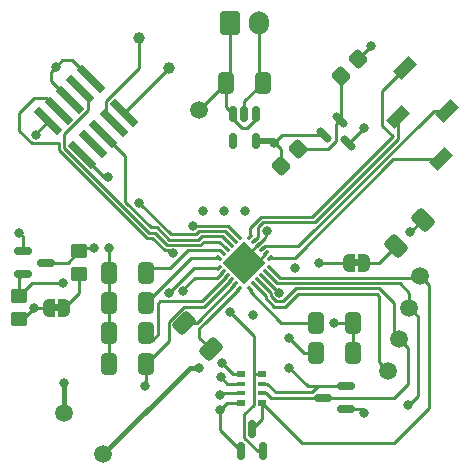
<source format=gbr>
%TF.GenerationSoftware,KiCad,Pcbnew,7.0.7*%
%TF.CreationDate,2023-11-13T21:50:39-08:00*%
%TF.ProjectId,Final_Project_Transmit,46696e61-6c5f-4507-926f-6a6563745f54,rev?*%
%TF.SameCoordinates,Original*%
%TF.FileFunction,Copper,L1,Top*%
%TF.FilePolarity,Positive*%
%FSLAX46Y46*%
G04 Gerber Fmt 4.6, Leading zero omitted, Abs format (unit mm)*
G04 Created by KiCad (PCBNEW 7.0.7) date 2023-11-13 21:50:39*
%MOMM*%
%LPD*%
G01*
G04 APERTURE LIST*
G04 Aperture macros list*
%AMRoundRect*
0 Rectangle with rounded corners*
0 $1 Rounding radius*
0 $2 $3 $4 $5 $6 $7 $8 $9 X,Y pos of 4 corners*
0 Add a 4 corners polygon primitive as box body*
4,1,4,$2,$3,$4,$5,$6,$7,$8,$9,$2,$3,0*
0 Add four circle primitives for the rounded corners*
1,1,$1+$1,$2,$3*
1,1,$1+$1,$4,$5*
1,1,$1+$1,$6,$7*
1,1,$1+$1,$8,$9*
0 Add four rect primitives between the rounded corners*
20,1,$1+$1,$2,$3,$4,$5,0*
20,1,$1+$1,$4,$5,$6,$7,0*
20,1,$1+$1,$6,$7,$8,$9,0*
20,1,$1+$1,$8,$9,$2,$3,0*%
%AMRotRect*
0 Rectangle, with rotation*
0 The origin of the aperture is its center*
0 $1 length*
0 $2 width*
0 $3 Rotation angle, in degrees counterclockwise*
0 Add horizontal line*
21,1,$1,$2,0,0,$3*%
%AMFreePoly0*
4,1,19,0.500000,-0.750000,0.000000,-0.750000,0.000000,-0.744911,-0.071157,-0.744911,-0.207708,-0.704816,-0.327430,-0.627875,-0.420627,-0.520320,-0.479746,-0.390866,-0.500000,-0.250000,-0.500000,0.250000,-0.479746,0.390866,-0.420627,0.520320,-0.327430,0.627875,-0.207708,0.704816,-0.071157,0.744911,0.000000,0.744911,0.000000,0.750000,0.500000,0.750000,0.500000,-0.750000,0.500000,-0.750000,
$1*%
%AMFreePoly1*
4,1,19,0.000000,0.744911,0.071157,0.744911,0.207708,0.704816,0.327430,0.627875,0.420627,0.520320,0.479746,0.390866,0.500000,0.250000,0.500000,-0.250000,0.479746,-0.390866,0.420627,-0.520320,0.327430,-0.627875,0.207708,-0.704816,0.071157,-0.744911,0.000000,-0.744911,0.000000,-0.750000,-0.500000,-0.750000,-0.500000,0.750000,0.000000,0.750000,0.000000,0.744911,0.000000,0.744911,
$1*%
G04 Aperture macros list end*
%TA.AperFunction,SMDPad,CuDef*%
%ADD10RotRect,0.660400X2.768600X45.000000*%
%TD*%
%TA.AperFunction,SMDPad,CuDef*%
%ADD11C,1.500000*%
%TD*%
%TA.AperFunction,SMDPad,CuDef*%
%ADD12RoundRect,0.250000X-0.070711X0.565685X-0.565685X0.070711X0.070711X-0.565685X0.565685X-0.070711X0*%
%TD*%
%TA.AperFunction,SMDPad,CuDef*%
%ADD13RoundRect,0.250000X0.450000X-0.350000X0.450000X0.350000X-0.450000X0.350000X-0.450000X-0.350000X0*%
%TD*%
%TA.AperFunction,ComponentPad*%
%ADD14RoundRect,0.250000X-0.600000X-0.750000X0.600000X-0.750000X0.600000X0.750000X-0.600000X0.750000X0*%
%TD*%
%TA.AperFunction,ComponentPad*%
%ADD15O,1.700000X2.000000*%
%TD*%
%TA.AperFunction,SMDPad,CuDef*%
%ADD16RoundRect,0.250000X-0.412500X-0.650000X0.412500X-0.650000X0.412500X0.650000X-0.412500X0.650000X0*%
%TD*%
%TA.AperFunction,SMDPad,CuDef*%
%ADD17RoundRect,0.250000X0.412500X0.650000X-0.412500X0.650000X-0.412500X-0.650000X0.412500X-0.650000X0*%
%TD*%
%TA.AperFunction,SMDPad,CuDef*%
%ADD18RoundRect,0.250000X0.167938X-0.751301X0.751301X-0.167938X-0.167938X0.751301X-0.751301X0.167938X0*%
%TD*%
%TA.AperFunction,SMDPad,CuDef*%
%ADD19FreePoly0,180.000000*%
%TD*%
%TA.AperFunction,SMDPad,CuDef*%
%ADD20FreePoly1,180.000000*%
%TD*%
%TA.AperFunction,SMDPad,CuDef*%
%ADD21C,1.000000*%
%TD*%
%TA.AperFunction,SMDPad,CuDef*%
%ADD22RoundRect,0.150000X-0.521491X0.309359X0.309359X-0.521491X0.521491X-0.309359X-0.309359X0.521491X0*%
%TD*%
%TA.AperFunction,SMDPad,CuDef*%
%ADD23FreePoly0,0.000000*%
%TD*%
%TA.AperFunction,SMDPad,CuDef*%
%ADD24FreePoly1,0.000000*%
%TD*%
%TA.AperFunction,SMDPad,CuDef*%
%ADD25RotRect,1.900000X1.000000X45.000000*%
%TD*%
%TA.AperFunction,SMDPad,CuDef*%
%ADD26RoundRect,0.150000X0.150000X-0.587500X0.150000X0.587500X-0.150000X0.587500X-0.150000X-0.587500X0*%
%TD*%
%TA.AperFunction,SMDPad,CuDef*%
%ADD27RoundRect,0.150000X-0.150000X0.512500X-0.150000X-0.512500X0.150000X-0.512500X0.150000X0.512500X0*%
%TD*%
%TA.AperFunction,SMDPad,CuDef*%
%ADD28RoundRect,0.150000X-0.587500X-0.150000X0.587500X-0.150000X0.587500X0.150000X-0.587500X0.150000X0*%
%TD*%
%TA.AperFunction,SMDPad,CuDef*%
%ADD29R,0.800000X0.500000*%
%TD*%
%TA.AperFunction,SMDPad,CuDef*%
%ADD30R,0.800000X0.400000*%
%TD*%
%TA.AperFunction,SMDPad,CuDef*%
%ADD31RotRect,0.510000X0.310000X45.000000*%
%TD*%
%TA.AperFunction,SMDPad,CuDef*%
%ADD32RotRect,0.310000X0.510000X45.000000*%
%TD*%
%TA.AperFunction,SMDPad,CuDef*%
%ADD33RotRect,2.590000X2.590000X45.000000*%
%TD*%
%TA.AperFunction,SMDPad,CuDef*%
%ADD34RoundRect,0.250000X0.751301X0.167938X0.167938X0.751301X-0.751301X-0.167938X-0.167938X-0.751301X0*%
%TD*%
%TA.AperFunction,SMDPad,CuDef*%
%ADD35RoundRect,0.150000X0.587500X0.150000X-0.587500X0.150000X-0.587500X-0.150000X0.587500X-0.150000X0*%
%TD*%
%TA.AperFunction,ViaPad*%
%ADD36C,0.800000*%
%TD*%
%TA.AperFunction,Conductor*%
%ADD37C,0.250000*%
%TD*%
%TA.AperFunction,Conductor*%
%ADD38C,0.400000*%
%TD*%
%TA.AperFunction,Conductor*%
%ADD39C,0.500000*%
%TD*%
G04 APERTURE END LIST*
%TA.AperFunction,EtchedComponent*%
%TO.C,JP9*%
G36*
X111360001Y-76500000D02*
G01*
X110860001Y-76500000D01*
X110860001Y-75900000D01*
X111360001Y-75900000D01*
X111360001Y-76500000D01*
G37*
%TD.AperFunction*%
%TA.AperFunction,EtchedComponent*%
%TO.C,JP2*%
G36*
X85960001Y-80310000D02*
G01*
X85460001Y-80310000D01*
X85460001Y-79710000D01*
X85960001Y-79710000D01*
X85960001Y-80310000D01*
G37*
%TD.AperFunction*%
%TD*%
D10*
%TO.P,J2,1,1*%
%TO.N,+1V5*%
X84991188Y-64235394D03*
%TO.P,J2,2,2*%
%TO.N,Net-(U3-P1.7{slash}TMS...)*%
X85889214Y-63337368D03*
%TO.P,J2,3,3*%
%TO.N,GND*%
X86787240Y-62439343D03*
%TO.P,J2,4,4*%
%TO.N,Net-(U3-P1.4{slash}TCK...)*%
X87685265Y-61541317D03*
%TO.P,J2,5,5*%
%TO.N,GND*%
X88583291Y-60643291D03*
%TO.P,J2,6,6*%
%TO.N,Net-(U3-P1.6{slash}TDO...)*%
X87847897Y-67092103D03*
%TO.P,J2,7,7*%
%TO.N,unconnected-(J2-Pad7)*%
X88745923Y-66194077D03*
%TO.P,J2,8,8*%
%TO.N,Net-(U3-P1.5{slash}TDI...)*%
X89643948Y-65296051D03*
%TO.P,J2,9,9*%
%TO.N,Net-(J2-Pad9)*%
X90541974Y-64398026D03*
%TO.P,J2,10,10*%
%TO.N,Net-(J2-Pad10)*%
X91440000Y-63500000D03*
%TD*%
D11*
%TO.P,3.3V,1,1*%
%TO.N,+3V3*%
X89649902Y-92393885D03*
%TD*%
%TO.P,CLK/SPI_CLK,1,1*%
%TO.N,Net-(Q2-D)*%
X114671974Y-82704077D03*
%TD*%
%TO.P,SDA/SPI_SIMO,1,1*%
%TO.N,Net-(Q1-D)*%
X116468026Y-77315923D03*
%TD*%
%TO.P,SCL/SPI_SOMI/SDO,1,1*%
%TO.N,Net-(Q4-S)*%
X115570000Y-80010000D03*
%TD*%
%TO.P,VCC,1,1*%
%TO.N,VCC*%
X97724292Y-63294664D03*
%TD*%
%TO.P,STE,1,1*%
%TO.N,Net-(U3-P1.3{slash}SPI_STE...)*%
X113773949Y-85398154D03*
%TD*%
D12*
%TO.P,R4,1*%
%TO.N,GND*%
X111197107Y-58982893D03*
%TO.P,R4,2*%
%TO.N,Net-(Q3-G)*%
X109782893Y-60397107D03*
%TD*%
D13*
%TO.P,R2,1*%
%TO.N,GND*%
X82550000Y-81010000D03*
%TO.P,R2,2*%
%TO.N,Net-(Q4-S)*%
X82550000Y-79010000D03*
%TD*%
%TO.P,R1,1*%
%TO.N,Net-(JP2-B)*%
X87630000Y-77200000D03*
%TO.P,R1,2*%
%TO.N,/SDO*%
X87630000Y-75200000D03*
%TD*%
D11*
%TO.P,1.5V,1,1*%
%TO.N,+1V5*%
X86360000Y-88900000D03*
%TD*%
D12*
%TO.P,R3,1*%
%TO.N,Net-(Q3-G)*%
X106117107Y-66602893D03*
%TO.P,R3,2*%
%TO.N,+3V3*%
X104702893Y-68017107D03*
%TD*%
D14*
%TO.P,BT1,1,+*%
%TO.N,VCC*%
X100370000Y-55880000D03*
D15*
%TO.P,BT1,2,-*%
%TO.N,GND*%
X102870000Y-55880000D03*
%TD*%
D16*
%TO.P,C6,1*%
%TO.N,GND*%
X90165414Y-77067620D03*
%TO.P,C6,2*%
%TO.N,Net-(U3-V_DDH)*%
X93290414Y-77067620D03*
%TD*%
D17*
%TO.P,C8,1*%
%TO.N,Net-(U3-V_DDSW)*%
X93230432Y-82190106D03*
%TO.P,C8,2*%
%TO.N,GND*%
X90105432Y-82190106D03*
%TD*%
D18*
%TO.P,C11,1*%
%TO.N,Net-(JP9-A)*%
X114465146Y-74764854D03*
%TO.P,C11,2*%
%TO.N,GND*%
X116674854Y-72555146D03*
%TD*%
D19*
%TO.P,JP9,1,A*%
%TO.N,Net-(JP9-A)*%
X111760001Y-76200000D03*
D20*
%TO.P,JP9,2,B*%
%TO.N,Net-(JP9-B)*%
X110460001Y-76200000D03*
%TD*%
D21*
%TO.P,JTAG10,1,1*%
%TO.N,Net-(J2-Pad9)*%
X92710000Y-57150000D03*
%TD*%
D22*
%TO.P,Q3,1,G*%
%TO.N,Net-(Q3-G)*%
X109696700Y-64093516D03*
%TO.P,Q3,2,S*%
%TO.N,+3V3*%
X108353197Y-65437019D03*
%TO.P,Q3,3,D*%
%TO.N,+1V5*%
X110350774Y-66091093D03*
%TD*%
D16*
%TO.P,C1,1,1*%
%TO.N,+3V3*%
X107657500Y-83820000D03*
%TO.P,C1,2,2*%
%TO.N,GND*%
X110782500Y-83820000D03*
%TD*%
D17*
%TO.P,C5,2*%
%TO.N,GND*%
X90134925Y-79611366D03*
%TO.P,C5,1*%
%TO.N,Net-(U3-V_DDD)*%
X93259925Y-79611366D03*
%TD*%
D23*
%TO.P,JP2,1,A*%
%TO.N,GND*%
X85060001Y-80010000D03*
D24*
%TO.P,JP2,2,B*%
%TO.N,Net-(JP2-B)*%
X86360001Y-80010000D03*
%TD*%
D25*
%TO.P,J1,4*%
%TO.N,Net-(U3-ADC0)*%
X118221215Y-67472658D03*
%TO.P,J1,3*%
%TO.N,Net-(U3-SVSS)*%
X118758616Y-63343154D03*
%TO.P,J1,2*%
%TO.N,Net-(U3-ADC1{slash}TEMP1)*%
X114629112Y-63880556D03*
%TO.P,J1,1*%
%TO.N,Net-(U3-ADC2{slash}TEMP2)*%
X115166513Y-59751052D03*
%TD*%
D26*
%TO.P,Q1,1,G*%
%TO.N,+1V5*%
X101294457Y-92140233D03*
%TO.P,Q1,2,S*%
%TO.N,/SDA_3V*%
X103194457Y-92140233D03*
%TO.P,Q1,3,D*%
%TO.N,Net-(Q1-D)*%
X102244457Y-90265233D03*
%TD*%
D16*
%TO.P,C12,1,1*%
%TO.N,VCC*%
X100037500Y-60960000D03*
%TO.P,C12,2,2*%
%TO.N,GND*%
X103162500Y-60960000D03*
%TD*%
D27*
%TO.P,U4,1,VIN*%
%TO.N,VCC*%
X102550000Y-63632500D03*
%TO.P,U4,2,GND*%
%TO.N,GND*%
X101600000Y-63632500D03*
%TO.P,U4,3,EN*%
%TO.N,VCC*%
X100650000Y-63632500D03*
%TO.P,U4,4,NC*%
%TO.N,unconnected-(U4-NC-Pad4)*%
X100650000Y-65907500D03*
%TO.P,U4,5,VOUT*%
%TO.N,+3V3*%
X102550000Y-65907500D03*
%TD*%
D16*
%TO.P,C9,1*%
%TO.N,GND*%
X90104187Y-84786711D03*
%TO.P,C9,2*%
%TO.N,+1V5*%
X93229187Y-84786711D03*
%TD*%
D28*
%TO.P,Q4,1,G*%
%TO.N,+1V5*%
X82882500Y-75250000D03*
%TO.P,Q4,2,S*%
%TO.N,Net-(Q4-S)*%
X82882500Y-77150000D03*
%TO.P,Q4,3,D*%
%TO.N,/SDO*%
X84757500Y-76200000D03*
%TD*%
D21*
%TO.P,JTAG9,1,1*%
%TO.N,Net-(J2-Pad10)*%
X95250000Y-59690000D03*
%TD*%
D29*
%TO.P,RN1,1,R1.1*%
%TO.N,Net-(Q1-D)*%
X103089344Y-88058421D03*
D30*
%TO.P,RN1,2,R2.1*%
%TO.N,Net-(Q2-D)*%
X103089344Y-87258421D03*
%TO.P,RN1,3,R3.1*%
%TO.N,Net-(Q2-S)*%
X103089344Y-86458421D03*
D29*
%TO.P,RN1,4,R4.1*%
%TO.N,/SDA_3V*%
X103089344Y-85658421D03*
%TO.P,RN1,5,R4.2*%
%TO.N,+3V3*%
X101289344Y-85658421D03*
D30*
%TO.P,RN1,6,R3.2*%
X101289344Y-86458421D03*
%TO.P,RN1,7,R2.2*%
%TO.N,+1V5*%
X101289344Y-87258421D03*
D29*
%TO.P,RN1,8,R1.2*%
X101289344Y-88058421D03*
%TD*%
D31*
%TO.P,U3,1,ANT1*%
%TO.N,Net-(JP1-B)*%
X99404433Y-76627800D03*
%TO.P,U3,2,ANT2*%
%TO.N,Net-(JP4-B)*%
X99757987Y-76981353D03*
%TO.P,U3,3,V_DDSW*%
%TO.N,Net-(U3-V_DDSW)*%
X100111540Y-77334906D03*
%TO.P,U3,4,V_DDB*%
%TO.N,+1V5*%
X100465094Y-77688460D03*
%TO.P,U3,5,CP1*%
%TO.N,Net-(U3-CP1)*%
X100818647Y-78042013D03*
%TO.P,U3,6,CP2*%
%TO.N,Net-(U3-CP2)*%
X101172200Y-78395567D03*
D32*
%TO.P,U3,7,V_DD2X*%
%TO.N,Net-(U3-V_DD2X)*%
X102027800Y-78395567D03*
%TO.P,U3,8,P1.3/SPI_STE...*%
%TO.N,Net-(U3-P1.3{slash}SPI_STE...)*%
X102381353Y-78042013D03*
%TO.P,U3,9,P1.2/SPI_STE...*%
%TO.N,Net-(Q2-D)*%
X102734906Y-77688460D03*
%TO.P,U3,10,RST/NMI*%
%TO.N,Net-(JP9-B)*%
X103088460Y-77334906D03*
%TO.P,U3,11,P1.1/SPI_SOMI...*%
%TO.N,Net-(Q4-S)*%
X103442013Y-76981353D03*
%TO.P,U3,12,P1.0/SPI_SIMO*%
%TO.N,Net-(Q1-D)*%
X103795567Y-76627800D03*
D31*
%TO.P,U3,13,ADC0*%
%TO.N,Net-(U3-ADC0)*%
X103795567Y-75772200D03*
%TO.P,U3,14,TST2*%
%TO.N,GND*%
X103442013Y-75418647D03*
%TO.P,U3,15,SVSS*%
%TO.N,Net-(U3-SVSS)*%
X103088460Y-75065094D03*
%TO.P,U3,16,TST1*%
%TO.N,GND*%
X102734906Y-74711540D03*
%TO.P,U3,17,ADC1/TEMP1*%
%TO.N,Net-(U3-ADC1{slash}TEMP1)*%
X102381353Y-74357987D03*
%TO.P,U3,18,ADC2/TEMP2*%
%TO.N,Net-(U3-ADC2{slash}TEMP2)*%
X102027800Y-74004433D03*
D32*
%TO.P,U3,19,P1.7/TMS...*%
%TO.N,Net-(U3-P1.7{slash}TMS...)*%
X101172200Y-74004433D03*
%TO.P,U3,20,P1.6/TDO...*%
%TO.N,Net-(U3-P1.6{slash}TDO...)*%
X100818647Y-74357987D03*
%TO.P,U3,21,P1.5/TDI...*%
%TO.N,Net-(U3-P1.5{slash}TDI...)*%
X100465094Y-74711540D03*
%TO.P,U3,22,P1.4/TCK...*%
%TO.N,Net-(U3-P1.4{slash}TCK...)*%
X100111540Y-75065094D03*
%TO.P,U3,23,V_DDH*%
%TO.N,Net-(U3-V_DDH)*%
X99757987Y-75418647D03*
%TO.P,U3,24,V_DDD*%
%TO.N,Net-(U3-V_DDD)*%
X99404433Y-75772200D03*
D33*
%TO.P,U3,25,V_SS*%
%TO.N,GND*%
X101600000Y-76200000D03*
%TD*%
D34*
%TO.P,C7,1*%
%TO.N,Net-(U3-CP2)*%
X98729708Y-83489708D03*
%TO.P,C7,2*%
%TO.N,Net-(U3-CP1)*%
X96520000Y-81280000D03*
%TD*%
D35*
%TO.P,Q2,1,G*%
%TO.N,+1V5*%
X110157500Y-88580000D03*
%TO.P,Q2,2,S*%
%TO.N,Net-(Q2-S)*%
X110157500Y-86680000D03*
%TO.P,Q2,3,D*%
%TO.N,Net-(Q2-D)*%
X108282500Y-87630000D03*
%TD*%
D16*
%TO.P,C10,1*%
%TO.N,Net-(U3-V_DD2X)*%
X107657500Y-81280000D03*
%TO.P,C10,2*%
%TO.N,GND*%
X110782500Y-81280000D03*
%TD*%
D36*
%TO.N,Net-(Q4-S)*%
X86218233Y-77918867D03*
%TO.N,GND*%
X102279366Y-80664640D03*
%TO.N,+3V3*%
X97790000Y-85090000D03*
%TO.N,+1V5*%
X86360000Y-86360000D03*
%TO.N,+3V3*%
X101633045Y-71817394D03*
X105838647Y-76621486D03*
%TO.N,GND*%
X99875725Y-71791741D03*
X98080256Y-71791741D03*
%TO.N,/SDA_3V*%
X100345943Y-80422472D03*
%TO.N,Net-(Q2-S)*%
X105410000Y-85090000D03*
%TO.N,/SDO*%
X88900000Y-74930000D03*
%TO.N,+1V5*%
X93183130Y-86691364D03*
%TO.N,GND*%
X112295346Y-57837685D03*
%TO.N,+1V5*%
X111760000Y-64770000D03*
%TO.N,Net-(Q4-S)*%
X115479013Y-88295676D03*
%TO.N,+1V5*%
X111760000Y-88900000D03*
X82550000Y-73660000D03*
%TO.N,GND*%
X83820000Y-80010000D03*
%TO.N,+3V3*%
X105410000Y-82550000D03*
%TO.N,GND*%
X109220000Y-81280000D03*
%TO.N,Net-(JP4-B)*%
X96430932Y-78604050D03*
%TO.N,Net-(JP1-B)*%
X95250000Y-78740000D03*
%TO.N,GND*%
X90170000Y-74930000D03*
X115633981Y-73620011D03*
%TO.N,Net-(JP9-B)*%
X107950000Y-76200000D03*
X104560526Y-78751365D03*
%TO.N,+3V3*%
X104140000Y-66040000D03*
%TO.N,+1V5*%
X99508040Y-88644616D03*
X99499079Y-87408025D03*
%TO.N,+3V3*%
X99677906Y-84706536D03*
X99630862Y-85929686D03*
%TO.N,Net-(U3-P1.7{slash}TMS...)*%
X97198726Y-73077684D03*
X95535309Y-75427184D03*
%TO.N,Net-(U3-P1.6{slash}TDO...)*%
X90024192Y-68934103D03*
X92710000Y-71120000D03*
%TO.N,GND*%
X103470559Y-73528872D03*
X85614643Y-59645273D03*
%TO.N,+1V5*%
X83928697Y-65392191D03*
%TD*%
D37*
%TO.N,Net-(Q4-S)*%
X83641133Y-77918867D02*
X82550000Y-79010000D01*
X86218233Y-77918867D02*
X83641133Y-77918867D01*
D38*
%TO.N,+3V3*%
X96953787Y-85090000D02*
X97790000Y-85090000D01*
X89649902Y-92393885D02*
X96953787Y-85090000D01*
%TO.N,+1V5*%
X86360000Y-88900000D02*
X86360000Y-86360000D01*
D37*
%TO.N,+3V3*%
X104742981Y-65437019D02*
X104140000Y-66040000D01*
X108353197Y-65437019D02*
X104742981Y-65437019D01*
%TO.N,/SDA_3V*%
X102364344Y-82440873D02*
X102364344Y-85733421D01*
X100345943Y-80422472D02*
X102364344Y-82440873D01*
%TO.N,Net-(Q2-S)*%
X107000000Y-86680000D02*
X105410000Y-85090000D01*
X107823249Y-86680000D02*
X107000000Y-86680000D01*
%TO.N,/SDO*%
X88900000Y-74930000D02*
X87900000Y-74930000D01*
X87900000Y-74930000D02*
X87630000Y-75200000D01*
%TO.N,+1V5*%
X93229187Y-86645307D02*
X93183130Y-86691364D01*
X93229187Y-84786711D02*
X93229187Y-86645307D01*
%TO.N,GND*%
X90104187Y-82191351D02*
X90105432Y-82190106D01*
X90104187Y-84786711D02*
X90104187Y-82191351D01*
%TO.N,+1V5*%
X95193699Y-81209766D02*
X95193699Y-82822199D01*
X96449766Y-79953699D02*
X95193699Y-81209766D01*
X98199855Y-79953699D02*
X96449766Y-79953699D01*
X95193699Y-82822199D02*
X93229187Y-84786711D01*
X100465094Y-77688460D02*
X98199855Y-79953699D01*
%TO.N,GND*%
X112342315Y-57837685D02*
X112368136Y-57811864D01*
X112295346Y-57837685D02*
X112342315Y-57837685D01*
X112295346Y-57884654D02*
X112295346Y-57837685D01*
X111197107Y-58982893D02*
X112295346Y-57884654D01*
%TO.N,Net-(Q3-G)*%
X109696700Y-64093516D02*
X109782893Y-64007323D01*
X109782893Y-64007323D02*
X109782893Y-60397107D01*
%TO.N,+1V5*%
X110438907Y-66091093D02*
X111760000Y-64770000D01*
X110350774Y-66091093D02*
X110438907Y-66091093D01*
%TO.N,Net-(Q4-S)*%
X115479013Y-88368465D02*
X115497210Y-88350268D01*
X115479013Y-88295676D02*
X115479013Y-88368465D01*
X115551802Y-88295676D02*
X115479013Y-88295676D01*
X116320000Y-87527478D02*
X115551802Y-88295676D01*
X116320000Y-80760000D02*
X116320000Y-87527478D01*
X115570000Y-80010000D02*
X116320000Y-80760000D01*
%TO.N,Net-(Q2-D)*%
X114300000Y-87630000D02*
X108282500Y-87630000D01*
X115421974Y-86508026D02*
X114300000Y-87630000D01*
X115421974Y-83454077D02*
X115421974Y-86508026D01*
X114671974Y-82704077D02*
X115421974Y-83454077D01*
%TO.N,Net-(Q1-D)*%
X117218026Y-78065923D02*
X116468026Y-77315923D01*
X117218026Y-88521974D02*
X117218026Y-78065923D01*
X114300000Y-91440000D02*
X117218026Y-88521974D01*
X106470923Y-91440000D02*
X114300000Y-91440000D01*
X103089344Y-88058421D02*
X106470923Y-91440000D01*
%TO.N,Net-(Q2-S)*%
X103539344Y-86458421D02*
X103089344Y-86458421D01*
X104260923Y-87180000D02*
X103539344Y-86458421D01*
X107823249Y-86680000D02*
X107323249Y-87180000D01*
X110157500Y-86680000D02*
X107823249Y-86680000D01*
X107323249Y-87180000D02*
X104260923Y-87180000D01*
%TO.N,+1V5*%
X111440000Y-88580000D02*
X111760000Y-88900000D01*
X110157500Y-88580000D02*
X111440000Y-88580000D01*
%TO.N,Net-(Q2-D)*%
X103814344Y-87630000D02*
X103442765Y-87258421D01*
X108282500Y-87630000D02*
X103814344Y-87630000D01*
X103442765Y-87258421D02*
X103089344Y-87258421D01*
%TO.N,GND*%
X110782500Y-83820000D02*
X110782500Y-81280000D01*
X82550000Y-81010000D02*
X82820000Y-81010000D01*
X82820000Y-81010000D02*
X83820000Y-80010000D01*
%TO.N,Net-(Q4-S)*%
X82550000Y-77482500D02*
X82882500Y-77150000D01*
X82550000Y-79010000D02*
X82550000Y-77482500D01*
%TO.N,+1V5*%
X82882500Y-73992500D02*
X82550000Y-73660000D01*
X82882500Y-75250000D02*
X82882500Y-73992500D01*
%TO.N,GND*%
X85060001Y-80010000D02*
X83820000Y-80010000D01*
%TO.N,Net-(JP2-B)*%
X87630000Y-78740001D02*
X86360001Y-80010000D01*
X87630000Y-77200000D02*
X87630000Y-78740001D01*
%TO.N,/SDO*%
X86630000Y-76200000D02*
X87630000Y-75200000D01*
X84757500Y-76200000D02*
X86630000Y-76200000D01*
%TO.N,Net-(U3-V_DDSW)*%
X94452163Y-79465000D02*
X97981446Y-79465000D01*
X94247425Y-79669738D02*
X94452163Y-79465000D01*
X94247425Y-82282575D02*
X94247425Y-79669738D01*
X93814854Y-82715146D02*
X94247425Y-82282575D01*
X97981446Y-79465000D02*
X100111540Y-77334906D01*
%TO.N,Net-(JP4-B)*%
X96430932Y-78604050D02*
X96276082Y-78604050D01*
X97383682Y-77470000D02*
X99269340Y-77470000D01*
X96430932Y-78604050D02*
X96430932Y-78422750D01*
X99269340Y-77470000D02*
X99757987Y-76981353D01*
X96430932Y-78422750D02*
X97383682Y-77470000D01*
%TO.N,+3V3*%
X106680000Y-83820000D02*
X105410000Y-82550000D01*
X107657500Y-83820000D02*
X106680000Y-83820000D01*
%TO.N,GND*%
X110782500Y-81280000D02*
X109220000Y-81280000D01*
%TO.N,Net-(U3-V_DD2X)*%
X102027800Y-78614770D02*
X104693030Y-81280000D01*
X104693030Y-81280000D02*
X107657500Y-81280000D01*
X102027800Y-78395567D02*
X102027800Y-78614770D01*
%TO.N,/SDA_3V*%
X102364344Y-85733421D02*
X102439344Y-85658421D01*
X101600000Y-89047765D02*
X102364344Y-88283421D01*
X102710206Y-92140233D02*
X101600000Y-91030027D01*
X102364344Y-88283421D02*
X102364344Y-85733421D01*
X102439344Y-85658421D02*
X103089344Y-85658421D01*
X103194457Y-92140233D02*
X102710206Y-92140233D01*
X101600000Y-91030027D02*
X101600000Y-89047765D01*
%TO.N,+1V5*%
X99508040Y-90353816D02*
X99508040Y-88644616D01*
X101294457Y-92140233D02*
X99508040Y-90353816D01*
%TO.N,Net-(Q1-D)*%
X102244457Y-90265233D02*
X103089344Y-89420346D01*
X103089344Y-89420346D02*
X103089344Y-88058421D01*
%TO.N,Net-(JP1-B)*%
X97362200Y-76627800D02*
X95250000Y-78740000D01*
X99404433Y-76627800D02*
X97362200Y-76627800D01*
%TO.N,GND*%
X90134925Y-79611366D02*
X90134925Y-74965075D01*
X90134925Y-74965075D02*
X90170000Y-74930000D01*
X90105432Y-79640859D02*
X90134925Y-79611366D01*
X90105432Y-82190106D02*
X90105432Y-79640859D01*
%TO.N,+1V5*%
X110350774Y-66091093D02*
X110334937Y-66091093D01*
%TO.N,Net-(Q3-G)*%
X109349688Y-64440528D02*
X109696700Y-64093516D01*
X108689925Y-66602893D02*
X109349688Y-65943130D01*
X109349688Y-65943130D02*
X109349688Y-64440528D01*
X106117107Y-66602893D02*
X108689925Y-66602893D01*
%TO.N,+3V3*%
X104702893Y-66602893D02*
X104007500Y-65907500D01*
X104702893Y-68017107D02*
X104702893Y-66602893D01*
%TO.N,Net-(U3-ADC2{slash}TEMP2)*%
X113278807Y-61638758D02*
X115166513Y-59751052D01*
X107346940Y-72353872D02*
X114179112Y-65521700D01*
X102983858Y-72353872D02*
X107346940Y-72353872D01*
X114179112Y-65521700D02*
X113278807Y-64621395D01*
X113278807Y-64621395D02*
X113278807Y-61638758D01*
X102027800Y-74004433D02*
X102027800Y-73309930D01*
X102027800Y-73309930D02*
X102983858Y-72353872D01*
%TO.N,Net-(U3-ADC1{slash}TEMP1)*%
X103170254Y-72803872D02*
X107533336Y-72803872D01*
X114629112Y-65708096D02*
X114629112Y-63880556D01*
X102745559Y-73228567D02*
X103170254Y-72803872D01*
X102745559Y-73993781D02*
X102745559Y-73228567D01*
X107533336Y-72803872D02*
X114629112Y-65708096D01*
X102381353Y-74357987D02*
X102745559Y-73993781D01*
%TO.N,Net-(U3-SVSS)*%
X103349821Y-74803733D02*
X103088460Y-75065094D01*
X106169871Y-74803733D02*
X103349821Y-74803733D01*
X117630450Y-63343154D02*
X106169871Y-74803733D01*
X118758616Y-63343154D02*
X117630450Y-63343154D01*
%TO.N,Net-(U3-ADC0)*%
X114137342Y-67472658D02*
X118221215Y-67472658D01*
X105837800Y-75772200D02*
X114137342Y-67472658D01*
X103795567Y-75772200D02*
X105837800Y-75772200D01*
%TO.N,Net-(U3-V_DDD)*%
X97099091Y-75772200D02*
X99404433Y-75772200D01*
X93259925Y-79611366D02*
X97099091Y-75772200D01*
%TO.N,Net-(U3-V_DDH)*%
X99492024Y-75152684D02*
X96835114Y-75152684D01*
X95309564Y-76678234D02*
X93002500Y-76678234D01*
X99757987Y-75418647D02*
X99492024Y-75152684D01*
X96835114Y-75152684D02*
X95309564Y-76678234D01*
%TO.N,Net-(U3-P1.3{slash}SPI_STE...)*%
X104073825Y-79926365D02*
X103385526Y-79238066D01*
X106153592Y-78820000D02*
X105047227Y-79926365D01*
X112843604Y-78820000D02*
X106153592Y-78820000D01*
X113030000Y-79006396D02*
X112843604Y-78820000D01*
X113030000Y-84654205D02*
X113030000Y-79006396D01*
X103385526Y-79046186D02*
X102381353Y-78042013D01*
X105047227Y-79926365D02*
X104073825Y-79926365D01*
X103385526Y-79238066D02*
X103385526Y-79046186D01*
X113773949Y-85398154D02*
X113030000Y-84654205D01*
%TO.N,GND*%
X115609989Y-73620011D02*
X115731953Y-73498047D01*
X115633981Y-73620011D02*
X115609989Y-73620011D01*
X115633981Y-73596019D02*
X115633981Y-73620011D01*
X116674854Y-72555146D02*
X115633981Y-73596019D01*
%TO.N,Net-(JP9-A)*%
X113030000Y-76200000D02*
X114465146Y-74764854D01*
X111760001Y-76200000D02*
X113030000Y-76200000D01*
%TO.N,Net-(Q2-D)*%
X114300000Y-82332103D02*
X114671974Y-82704077D01*
X114300000Y-79640000D02*
X114300000Y-82332103D01*
X105967196Y-78370000D02*
X113030000Y-78370000D01*
X113030000Y-78370000D02*
X114300000Y-79640000D01*
X104860831Y-79476365D02*
X105967196Y-78370000D01*
X103835526Y-79051670D02*
X104260221Y-79476365D01*
X104260221Y-79476365D02*
X104860831Y-79476365D01*
X102734906Y-77688460D02*
X103835526Y-78789080D01*
X103835526Y-78789080D02*
X103835526Y-79051670D01*
%TO.N,Net-(JP9-B)*%
X110460001Y-76200000D02*
X107950000Y-76200000D01*
X104560526Y-78806972D02*
X104526430Y-78772876D01*
X104560526Y-78751365D02*
X104560526Y-78806972D01*
X104504919Y-78751365D02*
X104560526Y-78751365D01*
X104526430Y-78772876D02*
X104526430Y-78785462D01*
X103088460Y-77334906D02*
X104504919Y-78751365D01*
%TO.N,Net-(Q4-S)*%
X114750000Y-77920000D02*
X115570000Y-78740000D01*
X115570000Y-78740000D02*
X115570000Y-80010000D01*
X104380660Y-77920000D02*
X114750000Y-77920000D01*
X103442013Y-76981353D02*
X104380660Y-77920000D01*
%TO.N,Net-(Q1-D)*%
X104637767Y-77470000D02*
X103795567Y-76627800D01*
X116313949Y-77470000D02*
X104637767Y-77470000D01*
X116468026Y-77315923D02*
X116313949Y-77470000D01*
%TO.N,VCC*%
X100037500Y-60981456D02*
X97724292Y-63294664D01*
X100037500Y-60960000D02*
X100037500Y-60981456D01*
%TO.N,+3V3*%
X104007500Y-65907500D02*
X104140000Y-66040000D01*
D39*
X102550000Y-65907500D02*
X104007500Y-65907500D01*
D37*
%TO.N,GND*%
X101600000Y-63632500D02*
X101600000Y-62522500D01*
X101600000Y-62522500D02*
X103162500Y-60960000D01*
%TO.N,VCC*%
X102550000Y-64016751D02*
X102550000Y-63632500D01*
X101403249Y-64770000D02*
X101796751Y-64770000D01*
X100650000Y-64016751D02*
X101403249Y-64770000D01*
X100650000Y-63632500D02*
X100650000Y-64016751D01*
X101796751Y-64770000D02*
X102550000Y-64016751D01*
X100037500Y-60960000D02*
X100037500Y-63020000D01*
X100037500Y-63020000D02*
X100650000Y-63632500D01*
%TO.N,Net-(U3-P1.7{slash}TMS...)*%
X84781846Y-62230000D02*
X85889214Y-63337368D01*
X83820000Y-62230000D02*
X84781846Y-62230000D01*
X82550000Y-63500000D02*
X83820000Y-62230000D01*
X82550000Y-65038799D02*
X82550000Y-63500000D01*
X83628392Y-66117191D02*
X82550000Y-65038799D01*
X85860562Y-66117191D02*
X83628392Y-66117191D01*
X85860562Y-66667758D02*
X85860562Y-66117191D01*
X93803778Y-74122966D02*
X93315770Y-74122966D01*
X93315770Y-74122966D02*
X85860562Y-66667758D01*
X94833496Y-75152684D02*
X93803778Y-74122966D01*
X95260809Y-75152684D02*
X94833496Y-75152684D01*
X95535309Y-75427184D02*
X95260809Y-75152684D01*
%TO.N,Net-(U3-P1.4{slash}TCK...)*%
X88324575Y-62180627D02*
X87685265Y-61541317D01*
X88324575Y-63319324D02*
X88324575Y-62180627D01*
X86310562Y-65333336D02*
X88324575Y-63319324D01*
X86310562Y-66481362D02*
X86310562Y-65333336D01*
X93502166Y-73672966D02*
X86310562Y-66481362D01*
X95019892Y-74702684D02*
X93990174Y-73672966D01*
X93990174Y-73672966D02*
X93502166Y-73672966D01*
X97871823Y-74702684D02*
X95019892Y-74702684D01*
X99471558Y-74425112D02*
X98149395Y-74425112D01*
X100111540Y-75065094D02*
X99471558Y-74425112D01*
X98149395Y-74425112D02*
X97871823Y-74702684D01*
%TO.N,Net-(U3-P1.5{slash}TDI...)*%
X91512798Y-67164901D02*
X89643948Y-65296051D01*
X94176570Y-73222966D02*
X93688562Y-73222966D01*
X93688562Y-73222966D02*
X91512798Y-71047202D01*
X97685427Y-74252684D02*
X95206288Y-74252684D01*
X95206288Y-74252684D02*
X94176570Y-73222966D01*
X99728666Y-73975112D02*
X97962999Y-73975112D01*
X91512798Y-71047202D02*
X91512798Y-67164901D01*
X100465094Y-74711540D02*
X99728666Y-73975112D01*
X97962999Y-73975112D02*
X97685427Y-74252684D01*
%TO.N,Net-(U3-P1.6{slash}TDO...)*%
X97499031Y-73802684D02*
X95392684Y-73802684D01*
X97776603Y-73525112D02*
X97499031Y-73802684D01*
X95392684Y-73802684D02*
X92710000Y-71120000D01*
X99985772Y-73525112D02*
X97776603Y-73525112D01*
X100818647Y-74357987D02*
X99985772Y-73525112D01*
%TO.N,Net-(U3-P1.7{slash}TMS...)*%
X100242879Y-73075112D02*
X97201298Y-73075112D01*
X97201298Y-73075112D02*
X97198726Y-73077684D01*
X101172200Y-74004433D02*
X100242879Y-73075112D01*
%TO.N,Net-(U3-CP2)*%
X98287767Y-81280000D02*
X101172200Y-78395567D01*
X98217056Y-81280000D02*
X98287767Y-81280000D01*
X97790000Y-82550000D02*
X97790000Y-81707056D01*
X97790000Y-81707056D02*
X98217056Y-81280000D01*
X98729708Y-83489708D02*
X97790000Y-82550000D01*
%TO.N,Net-(U3-CP1)*%
X97580660Y-81280000D02*
X96520000Y-81280000D01*
X100818647Y-78042013D02*
X97580660Y-81280000D01*
%TO.N,+1V5*%
X100094235Y-88058421D02*
X99508040Y-88644616D01*
X101289344Y-88058421D02*
X100094235Y-88058421D01*
X99648683Y-87258421D02*
X99499079Y-87408025D01*
X101289344Y-87258421D02*
X99648683Y-87258421D01*
%TO.N,+3V3*%
X100159597Y-86458421D02*
X99630862Y-85929686D01*
X101289344Y-86458421D02*
X100159597Y-86458421D01*
X100629791Y-85658421D02*
X99677906Y-84706536D01*
X101289344Y-85658421D02*
X100629791Y-85658421D01*
%TO.N,Net-(U3-P1.7{slash}TMS...)*%
X97194097Y-73077684D02*
X97263529Y-73147116D01*
X97198726Y-73077684D02*
X97194097Y-73077684D01*
%TO.N,Net-(U3-P1.6{slash}TDO...)*%
X89920044Y-68954933D02*
X89899214Y-68954933D01*
X90024192Y-68934103D02*
X89920044Y-68954933D01*
X89878384Y-68954933D02*
X90024192Y-68934103D01*
X89710727Y-68954933D02*
X89878384Y-68954933D01*
X87847897Y-67092103D02*
X89710727Y-68954933D01*
%TO.N,Net-(J2-Pad9)*%
X92710000Y-59690000D02*
X92710000Y-57150000D01*
X89902665Y-62497335D02*
X92710000Y-59690000D01*
X89902665Y-63758717D02*
X89902665Y-62497335D01*
X90541974Y-64398026D02*
X89902665Y-63758717D01*
%TO.N,Net-(J2-Pad10)*%
X91440000Y-63500000D02*
X95250000Y-59690000D01*
%TO.N,GND*%
X102870000Y-60667500D02*
X103162500Y-60960000D01*
X102870000Y-55880000D02*
X102870000Y-60667500D01*
%TO.N,VCC*%
X100370000Y-60627500D02*
X100037500Y-60960000D01*
X100370000Y-55880000D02*
X100370000Y-60627500D01*
%TO.N,GND*%
X85210908Y-60038656D02*
X85604291Y-59645273D01*
X102660660Y-76200000D02*
X101600000Y-76200000D01*
X85210908Y-60863011D02*
X85210908Y-60038656D01*
X87015903Y-59075903D02*
X86184013Y-59075903D01*
X103442013Y-75418647D02*
X102660660Y-76200000D01*
X86184013Y-59075903D02*
X85614643Y-59645273D01*
X102734906Y-74711540D02*
X101600000Y-75846446D01*
X103346333Y-74100113D02*
X103470559Y-73528872D01*
X101600000Y-75846446D02*
X101600000Y-76200000D01*
X102734906Y-74711540D02*
X103346333Y-74100113D01*
X85614643Y-59634921D02*
X85573234Y-59676330D01*
X88583291Y-60643291D02*
X87015903Y-59075903D01*
X103470559Y-73528872D02*
X103346333Y-73646197D01*
X86787240Y-62439343D02*
X85210908Y-60863011D01*
X85604291Y-59645273D02*
X85614643Y-59645273D01*
X85614643Y-59645273D02*
X85614643Y-59634921D01*
%TO.N,+1V5*%
X83896504Y-65330078D02*
X83882113Y-65330078D01*
X83928697Y-65392191D02*
X83834391Y-65392191D01*
X83928697Y-65297885D02*
X83928697Y-65392191D01*
X83834391Y-65392191D02*
X83896504Y-65330078D01*
X84991188Y-64235394D02*
X83928697Y-65297885D01*
%TO.N,Net-(U3-P1.7{slash}TMS...)*%
X86528523Y-63976677D02*
X85889214Y-63337368D01*
%TD*%
M02*

</source>
